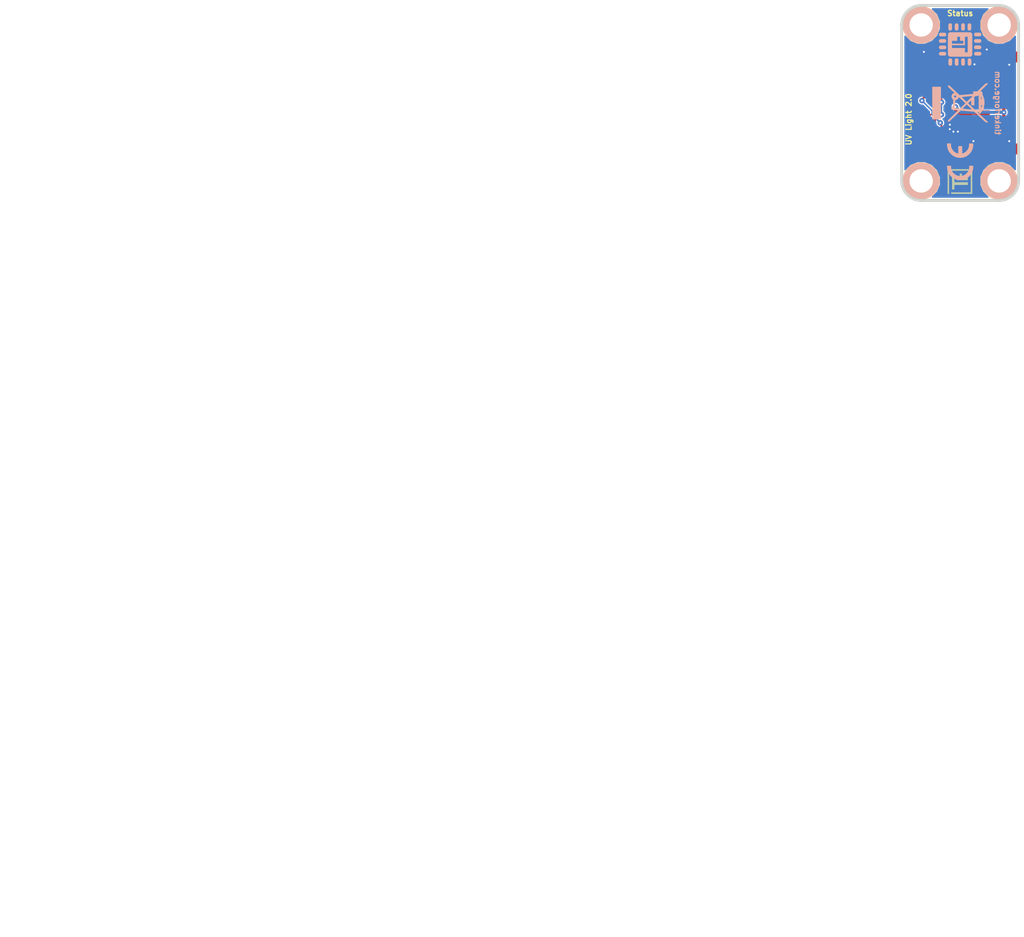
<source format=kicad_pcb>
(kicad_pcb (version 4) (host pcbnew 4.0.7-e2-6376~58~ubuntu17.04.1)
  (title_block (title "UV Light Bricklet") (date 2018-02-16) (rev 2.0) (company Tinkerforge) (comment 1 "Licensed under CERN OHL v.1.1") (comment 2 "Copyright (©) 2018, L.Lauer <lukas@tinkerforge.com>"))
  (layers (0 F.Cu signal) (31 B.Cu signal hide) (34 B.Paste user) (35 F.Paste user) (36 B.SilkS user) (37 F.SilkS user) (38 B.Mask user) (39 F.Mask user) (44 Edge.Cuts user))
  (net 0 "")
  (net 1 GND)
  (net 2 VCC)
  (net 3 SCL)
  (net 4 SDA)
  (net 5 "Net-(P1-Pad6)")
  (net 6 "Net-(R1-Pad1)")
  (net 7 "Net-(D1-Pad2)")
  (net 8 "Net-(P1-Pad4)")
  (net 9 "Net-(P1-Pad5)")
  (net 10 "Net-(P2-Pad1)")
  (net 11 "Net-(P3-Pad2)")
  (net 12 S-MISO)
  (net 13 S-MOSI)
  (net 14 S-CLK)
  (net 15 S-CS)
  (net 16 "Net-(C1-Pad2)")
  (module kicad-libraries:DRILL_NP (layer F.Cu) (at 141.9 97.9 90)
    (fp_text reference U5 hide)
    (fp_text value DRILL hide)
    (pad "" np_thru_hole circle (at 0 0 90) (size 2.99974 2.99974) (drill 2.99974) (layers *.Cu *.Mask F.SilkS) (clearance 0.89916))
  )
  (module kicad-libraries:DRILL_NP (layer F.Cu) (at 131.9 97.9 90)
    (fp_text reference U4 hide)
    (fp_text value DRILL hide)
    (pad "" np_thru_hole circle (at 0 0 90) (size 2.99974 2.99974) (drill 2.99974) (layers *.Cu *.Mask F.SilkS) (clearance 0.89916))
  )
  (module kicad-libraries:Fiducial_Mark (layer F.Cu) (at 130.9 94.4)
    (fp_text reference Fiducial_Mark hide)
    (fp_text value VAL** hide)
    (pad 1 smd circle (at 0 0) (size 1.00076 1.00076) (layers F.Cu F.Paste F.Mask) (clearance 0.65024))
  )
  (module kicad-libraries:Fiducial_Mark (layer F.Cu) (at 137.3 80.2)
    (fp_text reference Fiducial_Mark hide)
    (fp_text value VAL** hide)
    (pad 1 smd circle (at 0 0) (size 1.00076 1.00076) (layers F.Cu F.Paste F.Mask) (clearance 0.65024))
  )
  (module kicad-libraries:CE_5mm (layer B.Cu) (at 136.9 95.4 90)
    (fp_text reference VAL hide)
    (fp_text value CE_5mm hide)
  )
  (module kicad-libraries:Logo_31x31 (layer F.Cu) (at 135.29 99.56 90)
    (fp_text reference G*** hide)
    (fp_text value Logo_31x31 hide)
  )
  (module kicad-libraries:DRILL_NP (layer F.Cu) (at 131.9 77.9 90)
    (fp_text reference U6 hide)
    (fp_text value DRILL hide)
    (pad "" np_thru_hole circle (at 0 0 90) (size 2.99974 2.99974) (drill 2.99974) (layers *.Cu *.Mask F.SilkS) (clearance 0.89916))
  )
  (module kicad-libraries:DRILL_NP (layer F.Cu) (at 141.9 77.9 90)
    (fp_text reference U3 hide)
    (fp_text value DRILL hide)
    (pad "" np_thru_hole circle (at 0 0 90) (size 2.99974 2.99974) (drill 2.99974) (layers *.Cu *.Mask F.SilkS) (clearance 0.89916))
  )
  (module kicad-libraries:C0603F (layer F.Cu) (at 136.3 90.1 90)
    (fp_text reference C3)
    (fp_text value 1uF)
    (pad 1 smd rect (at -0.75 0 90) (size 0.9 0.9) (layers F.Cu F.Paste F.Mask) (net 1 GND))
    (pad 2 smd rect (at 0.75 0 90) (size 0.9 0.9) (layers F.Cu F.Paste F.Mask) (net 2 VCC))
  )
  (module kicad-libraries:C0603F (layer F.Cu) (at 138.6 94.4 270)
    (fp_text reference C5)
    (fp_text value 100nF)
    (pad 1 smd rect (at -0.75 0 270) (size 0.9 0.9) (layers F.Cu F.Paste F.Mask) (net 1 GND))
    (pad 2 smd rect (at 0.75 0 270) (size 0.9 0.9) (layers F.Cu F.Paste F.Mask) (net 2 VCC))
  )
  (module kicad-libraries:D0603F (layer F.Cu) (at 136.9 77.6)
    (fp_text reference D1)
    (fp_text value blue)
    (pad 1 smd rect (at -0.75 0) (size 0.9 0.9) (layers F.Cu F.Paste F.Mask) (net 2 VCC))
    (pad 2 smd rect (at 0.75 0) (size 0.9 0.9) (layers F.Cu F.Paste F.Mask) (net 7 "Net-(D1-Pad2)"))
  )
  (module kicad-libraries:CON-SENSOR2 (layer F.Cu) (at 144.4 87.9 90)
    (fp_text reference P1)
    (fp_text value CON-SENSOR2)
    (pad 1 smd rect (at -3.75 -4.6 90) (size 0.6 1.8) (layers F.Cu F.Paste F.Mask))
    (pad 2 smd rect (at -2.5 -4.6 90) (size 0.6 1.8) (layers F.Cu F.Paste F.Mask) (net 1 GND))
    (pad EP smd rect (at -5.9 -1.2 90) (size 1.4 2.4) (layers F.Cu F.Paste F.Mask) (net 1 GND))
    (pad EP smd rect (at 5.9 -1.2 90) (size 1.4 2.4) (layers F.Cu F.Paste F.Mask) (net 1 GND))
    (pad 3 smd rect (at -1.25 -4.6 90) (size 0.6 1.8) (layers F.Cu F.Paste F.Mask) (net 2 VCC))
    (pad 4 smd rect (at 0 -4.6 90) (size 0.6 1.8) (layers F.Cu F.Paste F.Mask) (net 8 "Net-(P1-Pad4)"))
    (pad 5 smd rect (at 1.25 -4.6 90) (size 0.6 1.8) (layers F.Cu F.Paste F.Mask) (net 9 "Net-(P1-Pad5)"))
    (pad 6 smd rect (at 2.5 -4.6 90) (size 0.6 1.8) (layers F.Cu F.Paste F.Mask) (net 5 "Net-(P1-Pad6)"))
    (pad 7 smd rect (at 3.75 -4.6 90) (size 0.6 1.8) (layers F.Cu F.Paste F.Mask) (net 16 "Net-(C1-Pad2)"))
  )
  (module kicad-libraries:DEBUG_PAD (layer F.Cu) (at 131.12 86.97)
    (fp_text reference P2)
    (fp_text value DEBUG)
    (pad 1 smd circle (at 0 0) (size 0.7 0.7) (layers F.Cu F.Paste F.Mask) (net 10 "Net-(P2-Pad1)"))
  )
  (module kicad-libraries:SolderJumper (layer F.Cu) (at 139.21 81.05 180)
    (fp_text reference P3)
    (fp_text value BOOT)
    (pad 2 smd rect (at 0.55 0 180) (size 0.3 1.4) (layers F.Cu F.Mask) (net 11 "Net-(P3-Pad2)"))
    (pad 2 smd rect (at 0.15 0 180) (size 0.6 0.5) (layers F.Cu F.Mask) (net 11 "Net-(P3-Pad2)"))
    (pad 1 smd rect (at -0.5 0 180) (size 0.4 1.4) (layers F.Cu F.Mask) (net 1 GND))
    (pad 1 smd rect (at -0.225 0.55 180) (size 0.95 0.3) (layers F.Cu F.Mask) (net 1 GND))
    (pad 1 smd rect (at -0.225 -0.55 180) (size 0.95 0.3) (layers F.Cu F.Mask) (net 1 GND))
  )
  (module kicad-libraries:R0603F (layer F.Cu) (at 134.9 80.4 45)
    (fp_text reference R1)
    (fp_text value 1k)
    (pad 1 smd rect (at -0.75 0 45) (size 0.9 0.9) (layers F.Cu F.Paste F.Mask) (net 6 "Net-(R1-Pad1)"))
    (pad 2 smd rect (at 0.75 0 45) (size 0.9 0.9) (layers F.Cu F.Paste F.Mask) (net 7 "Net-(D1-Pad2)"))
  )
  (module kicad-libraries:QFN24-4x4mm-0.5mm (layer F.Cu) (at 133.6 84.8 225)
    (fp_text reference U1)
    (fp_text value XMC1XXX24)
    (pad 1 smd oval (at -2.025 -1.25 225) (size 1 0.3) (layers F.Cu F.Paste F.Mask) (net 12 S-MISO))
    (pad 2 smd oval (at -2.025 -0.75 225) (size 1 0.3) (layers F.Cu F.Paste F.Mask))
    (pad 3 smd oval (at -2.025 -0.25 225) (size 1 0.3) (layers F.Cu F.Paste F.Mask))
    (pad 4 smd oval (at -2.025 0.25 225) (size 1 0.3) (layers F.Cu F.Paste F.Mask) (net 11 "Net-(P3-Pad2)"))
    (pad 5 smd oval (at -2.025 0.75 225) (size 1 0.3) (layers F.Cu F.Paste F.Mask))
    (pad 6 smd oval (at -2.025 1.25 225) (size 1 0.3) (layers F.Cu F.Paste F.Mask))
    (pad 7 smd oval (at -1.25 2.025 315) (size 1 0.3) (layers F.Cu F.Paste F.Mask) (net 6 "Net-(R1-Pad1)"))
    (pad 8 smd oval (at -0.75 2.025 315) (size 1 0.3) (layers F.Cu F.Paste F.Mask))
    (pad 9 smd oval (at -0.25 2.025 315) (size 1 0.3) (layers F.Cu F.Paste F.Mask) (net 1 GND))
    (pad 10 smd oval (at 0.25 2.025 315) (size 1 0.3) (layers F.Cu F.Paste F.Mask) (net 2 VCC))
    (pad 11 smd oval (at 0.75 2.025 315) (size 1 0.3) (layers F.Cu F.Paste F.Mask))
    (pad 12 smd oval (at 1.25 2.025 315) (size 1 0.3) (layers F.Cu F.Paste F.Mask))
    (pad 13 smd oval (at 2.025 1.25 225) (size 1 0.3) (layers F.Cu F.Paste F.Mask))
    (pad 14 smd oval (at 2.025 0.75 225) (size 1 0.3) (layers F.Cu F.Paste F.Mask))
    (pad 15 smd oval (at 2.025 0.25 225) (size 1 0.3) (layers F.Cu F.Paste F.Mask) (net 10 "Net-(P2-Pad1)"))
    (pad 16 smd oval (at 2.025 -0.25 225) (size 1 0.3) (layers F.Cu F.Paste F.Mask))
    (pad 17 smd oval (at 2.025 -0.75 225) (size 1 0.3) (layers F.Cu F.Paste F.Mask) (net 4 SDA))
    (pad 18 smd oval (at 2.025 -1.25 225) (size 1 0.3) (layers F.Cu F.Paste F.Mask))
    (pad 19 smd oval (at 1.25 -2.025 315) (size 1 0.3) (layers F.Cu F.Paste F.Mask) (net 3 SCL))
    (pad 20 smd oval (at 0.75 -2.025 315) (size 1 0.3) (layers F.Cu F.Paste F.Mask))
    (pad 21 smd oval (at 0.25 -2.025 315) (size 1 0.3) (layers F.Cu F.Paste F.Mask))
    (pad 22 smd oval (at -0.25 -2.025 315) (size 1 0.3) (layers F.Cu F.Paste F.Mask) (net 15 S-CS))
    (pad 23 smd oval (at -0.75 -2.025 315) (size 1 0.3) (layers F.Cu F.Paste F.Mask) (net 14 S-CLK))
    (pad 24 smd oval (at -1.25 -2.025 315) (size 1 0.3) (layers F.Cu F.Paste F.Mask) (net 13 S-MOSI))
    (pad EXP smd rect (at 0.65 0.65 225) (size 1.3 1.3) (layers F.Cu F.Paste F.Mask) (net 1 GND))
    (pad EXP smd rect (at 0.65 -0.65 225) (size 1.3 1.3) (layers F.Cu F.Paste F.Mask) (net 1 GND))
    (pad EXP smd rect (at -0.65 0.65 225) (size 1.3 1.3) (layers F.Cu F.Paste F.Mask) (net 1 GND))
    (pad EXP smd rect (at -0.65 -0.65 225) (size 1.3 1.3) (layers F.Cu F.Paste F.Mask) (net 1 GND))
  )
  (module kicad-libraries:Logo_CoMCU (layer B.Cu) (at 136.9 80.4 90)
    (fp_text reference G*** hide)
    (fp_text value LOGO hide)
  )
  (module kicad-libraries:WEEE_7mm (layer B.Cu) (at 136.9 87.9 90)
    (fp_text reference VAL hide)
    (fp_text value WEEE_7mm hide)
  )
  (module kicad-libraries:C0402E (layer F.Cu) (at 138 83.6 270)
    (fp_text reference C1)
    (fp_text value 220pF)
    (pad 1 smd rect (at -0.65 0 270) (size 0.7 0.9) (layers F.Cu F.Paste F.Mask) (net 1 GND))
    (pad 2 smd rect (at 0.65 0 270) (size 0.7 0.9) (layers F.Cu F.Paste F.Mask) (net 16 "Net-(C1-Pad2)"))
  )
  (module kicad-libraries:C0805 (layer F.Cu) (at 137.8 90.2 90)
    (fp_text reference C2)
    (fp_text value 10uF)
    (pad 1 smd rect (at -1.00076 0 90) (size 1.00076 1.24968) (layers F.Cu F.Paste F.Mask) (net 1 GND) (clearance 0.14986))
    (pad 2 smd rect (at 1.00076 0 90) (size 1.00076 1.24968) (layers F.Cu F.Paste F.Mask) (net 2 VCC) (clearance 0.14986))
  )
  (module kicad-libraries:C0603F (layer F.Cu) (at 131.2 82.4 225)
    (fp_text reference C4)
    (fp_text value 100nF)
    (pad 1 smd rect (at -0.75 0 225) (size 0.9 0.9) (layers F.Cu F.Paste F.Mask) (net 1 GND))
    (pad 2 smd rect (at 0.75 0 225) (size 0.9 0.9) (layers F.Cu F.Paste F.Mask) (net 2 VCC))
  )
  (module kicad-libraries:4X0402 (layer F.Cu) (at 137.6 85.9 90)
    (fp_text reference RP1)
    (fp_text value 82)
    (pad 1 smd rect (at -0.7493 0.575 270) (size 0.29972 0.65) (layers F.Cu F.Paste F.Mask) (net 8 "Net-(P1-Pad4)"))
    (pad 2 smd rect (at -0.24892 0.575 270) (size 0.29972 0.65) (layers F.Cu F.Paste F.Mask) (net 9 "Net-(P1-Pad5)"))
    (pad 3 smd rect (at 0.24892 0.575 270) (size 0.29972 0.65) (layers F.Cu F.Paste F.Mask) (net 5 "Net-(P1-Pad6)"))
    (pad 4 smd rect (at 0.7493 0.575 270) (size 0.29972 0.65) (layers F.Cu F.Paste F.Mask) (net 16 "Net-(C1-Pad2)"))
    (pad 5 smd rect (at 0.7493 -0.575 90) (size 0.29972 0.65) (layers F.Cu F.Paste F.Mask) (net 12 S-MISO))
    (pad 6 smd rect (at 0.24892 -0.575 90) (size 0.29972 0.65) (layers F.Cu F.Paste F.Mask) (net 13 S-MOSI))
    (pad 7 smd rect (at -0.24892 -0.575 90) (size 0.29972 0.65) (layers F.Cu F.Paste F.Mask) (net 14 S-CLK))
    (pad 8 smd rect (at -0.7493 -0.575 90) (size 0.29972 0.65) (layers F.Cu F.Paste F.Mask) (net 15 S-CS))
  )
  (module kicad-libraries:0603X4 (layer F.Cu) (at 132.5 91.2 90)
    (fp_text reference RP2)
    (fp_text value 2k2)
    (pad 1 smd rect (at 1.19888 -0.8509 90) (size 0.44958 0.89916) (layers F.Cu F.Paste F.Mask) (net 2 VCC))
    (pad 2 smd rect (at 0.39878 -0.8509 90) (size 0.44958 0.89916) (layers F.Cu F.Paste F.Mask) (net 2 VCC))
    (pad 3 smd rect (at -0.39878 -0.8509 90) (size 0.44958 0.89916) (layers F.Cu F.Paste F.Mask) (net 2 VCC))
    (pad 4 smd rect (at -1.19888 -0.8509 90) (size 0.44958 0.89916) (layers F.Cu F.Paste F.Mask) (net 2 VCC))
    (pad 5 smd rect (at -1.19888 0.8509 90) (size 0.44958 0.89916) (layers F.Cu F.Paste F.Mask) (net 3 SCL))
    (pad 6 smd rect (at -0.39878 0.8509 90) (size 0.44958 0.89916) (layers F.Cu F.Paste F.Mask))
    (pad 7 smd rect (at 0.39878 0.8509 90) (size 0.44958 0.89916) (layers F.Cu F.Paste F.Mask))
    (pad 8 smd rect (at 1.19888 0.8509 90) (size 0.44958 0.89916) (layers F.Cu F.Paste F.Mask) (net 4 SDA))
  )
  (module OPLGA4 (layer F.Cu) (at 136.9 94.4 270)
    (fp_text reference U2)
    (fp_text value VEML6075)
    (pad 1 smd rect (at -0.9 -0.35 270) (size 1 0.35) (layers F.Cu F.Paste F.Mask) (net 1 GND))
    (pad 2 smd rect (at -0.9 0.35 270) (size 1 0.35) (layers F.Cu F.Paste F.Mask) (net 4 SDA))
    (pad 3 smd rect (at 0.9 0.35 270) (size 1 0.35) (layers F.Cu F.Paste F.Mask) (net 3 SCL))
    (pad 4 smd rect (at 0.9 -0.35 270) (size 1 0.35) (layers F.Cu F.Paste F.Mask) (net 2 VCC))
  )
  (gr_text tinkerforge.com (at 141.72 87.9 270) (layer B.SilkS) (effects (font (size 0.7 0.7)) (justify mirror)))
  (gr_text Status (at 136.9 76.4) (layer F.SilkS) (effects (font (size 0.7 0.7))))
  (gr_line (start 131.9 100.4) (end 141.9 100.4) (angle 90) (layer Edge.Cuts) (width 0.381))
  (gr_line (start 129.4 77.9) (end 129.4 97.9) (angle 90) (layer Edge.Cuts) (width 0.381))
  (gr_line (start 141.9 75.4) (end 131.9 75.4) (angle 90) (layer Edge.Cuts) (width 0.381))
  (gr_line (start 144.4 97.9) (end 144.4 77.9) (angle 90) (layer Edge.Cuts) (width 0.381))
  (gr_arc (start 141.9 97.9) (end 144.4 97.9) (angle 90) (layer Edge.Cuts) (width 0.381))
  (gr_arc (start 131.9 97.9) (end 131.9 100.4) (angle 90) (layer Edge.Cuts) (width 0.381))
  (gr_arc (start 131.9 77.9) (end 129.4 77.9) (angle 90) (layer Edge.Cuts) (width 0.381))
  (gr_arc (start 141.9 77.9) (end 141.9 75.4) (angle 90) (layer Edge.Cuts) (width 0.381))
  (gr_text "UV Light 2.0" (at 130.3 90 90) (layer F.SilkS) (effects (font (size 0.7 0.7))))
  (segment (start 138.6 93.65) (end 138.6 92.8) (width 0.3) (layer F.Cu) (net 1))
  (via (at 138.6 92.8) (size 0.7) (drill 0.25) (layers F.Cu B.Cu) (net 1))
  (segment (start 137.25 93.5) (end 138.45 93.5) (width 0.25) (layer F.Cu) (net 1))
  (segment (start 138.45 93.5) (end 138.6 93.65) (width 0.25) (layer F.Cu) (net 1))
  (segment (start 139.435 81.6) (end 139.55 81.6) (width 0.2) (layer F.Cu) (net 1))
  (segment (start 139.55 81.6) (end 139.71 81.44) (width 0.2) (layer F.Cu) (net 1))
  (segment (start 139.71 81.44) (end 139.71 81.1) (width 0.2) (layer F.Cu) (net 1))
  (segment (start 139.71 81.1) (end 139.71 81.05) (width 0.2) (layer F.Cu) (net 1))
  (segment (start 139.435 80.5) (end 139.63 80.5) (width 0.2) (layer F.Cu) (net 1))
  (segment (start 139.63 80.5) (end 139.71 80.58) (width 0.2) (layer F.Cu) (net 1))
  (segment (start 139.71 80.58) (end 139.71 81.06) (width 0.2) (layer F.Cu) (net 1))
  (segment (start 139.71 81.06) (end 139.71 81.05) (width 0.2) (layer F.Cu) (net 1))
  (segment (start 139.71 81.05) (end 140.31 81.05) (width 0.3) (layer F.Cu) (net 1))
  (via (at 140.31 81.05) (size 0.55) (drill 0.25) (layers F.Cu B.Cu) (net 1))
  (segment (start 143.2 93.8) (end 143.2 92.8) (width 0.55) (layer F.Cu) (net 1))
  (via (at 143.2 92.8) (size 0.55) (drill 0.25) (layers F.Cu B.Cu) (net 1))
  (segment (start 143.2 82) (end 143.2 83) (width 0.55) (layer F.Cu) (net 1))
  (via (at 143.2 83) (size 0.55) (drill 0.25) (layers F.Cu B.Cu) (net 1))
  (segment (start 138 82.95) (end 138.74 82.95) (width 0.55) (layer F.Cu) (net 1))
  (via (at 138.74 82.95) (size 0.55) (drill 0.25) (layers F.Cu B.Cu) (net 1))
  (segment (start 131.73033 81.86967) (end 132.25 81.35) (width 0.55) (layer F.Cu) (net 1))
  (via (at 132.25 81.35) (size 0.55) (drill 0.25) (layers F.Cu B.Cu) (net 1))
  (segment (start 132.344885 83.191332) (end 132.331332 83.191332) (width 0.2) (layer F.Cu) (net 1))
  (segment (start 132.331332 83.191332) (end 131.93 82.79) (width 0.2) (layer F.Cu) (net 1))
  (segment (start 131.93 82.79) (end 131.93 82.06934) (width 0.2) (layer F.Cu) (net 1))
  (segment (start 131.93 82.06934) (end 131.73033 81.86967) (width 0.2) (layer F.Cu) (net 1))
  (segment (start 132.344885 83.191332) (end 132.344885 83.204885) (width 0.2) (layer F.Cu) (net 1))
  (segment (start 132.344885 83.204885) (end 133.020761 83.880761) (width 0.2) (layer F.Cu) (net 1))
  (segment (start 133.020761 83.880761) (end 133.6 83.880761) (width 0.2) (layer F.Cu) (net 1))
  (segment (start 133.6 85.719239) (end 132.680761 84.8) (width 0.3) (layer F.Cu) (net 1))
  (segment (start 134.519239 84.8) (end 133.6 85.719239) (width 0.3) (layer F.Cu) (net 1))
  (segment (start 133.6 83.880761) (end 134.519239 84.8) (width 0.3) (layer F.Cu) (net 1))
  (segment (start 132.680761 84.8) (end 133.6 83.880761) (width 0.3) (layer F.Cu) (net 1))
  (segment (start 135.58 90.69) (end 136.14 90.69) (width 0.55) (layer F.Cu) (net 1))
  (via (at 135.58 90.69) (size 0.55) (drill 0.25) (layers F.Cu B.Cu) (net 1))
  (segment (start 136.14 90.69) (end 136.3 90.85) (width 0.55) (layer F.Cu) (net 1))
  (segment (start 136.04 91.58) (end 135.89 91.58) (width 0.55) (layer F.Cu) (net 1))
  (via (at 135.57 91.26) (size 0.55) (drill 0.25) (layers F.Cu B.Cu) (net 1))
  (segment (start 135.98 90.85) (end 135.57 91.26) (width 0.55) (layer F.Cu) (net 1))
  (segment (start 135.74 90.85) (end 135.58 90.69) (width 0.55) (layer F.Cu) (net 1))
  (segment (start 135.74 90.85) (end 136.3 90.85) (width 0.55) (layer F.Cu) (net 1))
  (segment (start 135.58 91.25) (end 135.57 91.26) (width 0.55) (layer F.Cu) (net 1))
  (segment (start 135.58 90.69) (end 135.58 91.25) (width 0.55) (layer F.Cu) (net 1))
  (via (at 136.04 91.58) (size 0.55) (drill 0.25) (layers F.Cu B.Cu) (net 1))
  (segment (start 135.89 91.58) (end 135.57 91.26) (width 0.55) (layer F.Cu) (net 1))
  (segment (start 136.61 91.58) (end 136.04 91.58) (width 0.55) (layer F.Cu) (net 1))
  (via (at 136.61 91.58) (size 0.55) (drill 0.25) (layers F.Cu B.Cu) (net 1))
  (segment (start 136.3 91.27) (end 136.61 91.58) (width 0.55) (layer F.Cu) (net 1))
  (segment (start 136.3 91.32) (end 136.04 91.58) (width 0.55) (layer F.Cu) (net 1))
  (segment (start 136.3 91.32) (end 136.3 90.85) (width 0.55) (layer F.Cu) (net 1))
  (segment (start 137.8 91.30076) (end 137.22076 91.30076) (width 0.55) (layer F.Cu) (net 1))
  (segment (start 137.22076 91.30076) (end 136.77 90.85) (width 0.55) (layer F.Cu) (net 1))
  (segment (start 136.77 90.85) (end 136.3 90.85) (width 0.55) (layer F.Cu) (net 1))
  (segment (start 139.8 90.4) (end 138.70076 90.4) (width 0.55) (layer F.Cu) (net 1))
  (segment (start 138.70076 90.4) (end 137.8 91.30076) (width 0.55) (layer F.Cu) (net 1))
  (segment (start 131.6491 91.59878) (end 130.89878 91.59878) (width 0.3) (layer F.Cu) (net 2))
  (segment (start 130.89878 91.59878) (end 130.3 91) (width 0.3) (layer F.Cu) (net 2))
  (segment (start 131.6491 90.80122) (end 130.80122 90.80122) (width 0.3) (layer F.Cu) (net 2))
  (segment (start 130.80122 90.80122) (end 130.3 90.3) (width 0.3) (layer F.Cu) (net 2))
  (segment (start 131.6491 90.00112) (end 130.80112 90.00112) (width 0.3) (layer F.Cu) (net 2))
  (segment (start 130.80112 90.00112) (end 130.3 89.5) (width 0.3) (layer F.Cu) (net 2))
  (segment (start 130.66967 82.93033) (end 130.3 83.3) (width 0.3) (layer F.Cu) (net 2))
  (segment (start 130.99888 92.39888) (end 131.6491 92.39888) (width 0.3) (layer F.Cu) (net 2))
  (segment (start 130.3 91.7) (end 130.99888 92.39888) (width 0.3) (layer F.Cu) (net 2))
  (segment (start 130.3 83.3) (end 130.3 89.5) (width 0.3) (layer F.Cu) (net 2))
  (segment (start 130.3 89.5) (end 130.3 90.3) (width 0.3) (layer F.Cu) (net 2))
  (segment (start 130.3 90.3) (end 130.3 91) (width 0.3) (layer F.Cu) (net 2))
  (segment (start 130.3 91) (end 130.3 91.7) (width 0.3) (layer F.Cu) (net 2))
  (segment (start 136.15 77.6) (end 136.15 77.15) (width 0.4) (layer F.Cu) (net 2))
  (segment (start 136.15 77.15) (end 136.9 76.4) (width 0.4) (layer F.Cu) (net 2))
  (segment (start 142.5 84.4) (end 142.5 89.1) (width 0.4) (layer F.Cu) (net 2))
  (segment (start 141.1 83) (end 142.5 84.4) (width 0.4) (layer F.Cu) (net 2))
  (segment (start 141.1 80.9) (end 141.1 83) (width 0.4) (layer F.Cu) (net 2))
  (segment (start 138.8 78.6) (end 141.1 80.9) (width 0.4) (layer F.Cu) (net 2))
  (segment (start 138.8 76.7) (end 138.8 78.6) (width 0.4) (layer F.Cu) (net 2))
  (segment (start 138.5 76.4) (end 138.8 76.7) (width 0.4) (layer F.Cu) (net 2))
  (segment (start 136.9 76.4) (end 138.5 76.4) (width 0.4) (layer F.Cu) (net 2))
  (segment (start 142.5 89.1) (end 137 89.1) (width 0.4) (layer B.Cu) (net 2))
  (segment (start 137 89.1) (end 136.3 88.4) (width 0.4) (layer B.Cu) (net 2))
  (segment (start 136.3 89.35) (end 136.3 88.4) (width 0.4) (layer F.Cu) (net 2))
  (via (at 136.3 88.4) (size 0.7) (drill 0.25) (layers F.Cu B.Cu) (net 2))
  (segment (start 142.5 91.7) (end 142.5 89.1) (width 0.4) (layer F.Cu) (net 2))
  (via (at 142.5 89.1) (size 0.7) (drill 0.25) (layers F.Cu B.Cu) (net 2))
  (segment (start 142.5 91.7) (end 139.05 95.15) (width 0.4) (layer F.Cu) (net 2))
  (segment (start 131.991332 83.544885) (end 131.974885 83.544885) (width 0.2) (layer F.Cu) (net 2))
  (segment (start 131.974885 83.544885) (end 131.61 83.18) (width 0.2) (layer F.Cu) (net 2))
  (segment (start 136.15 77.6) (end 136.15 77.69) (width 0.3) (layer F.Cu) (net 2))
  (segment (start 136.15 77.69) (end 133.13 80.71) (width 0.3) (layer F.Cu) (net 2))
  (segment (start 133.13 80.71) (end 131.58 80.71) (width 0.3) (layer F.Cu) (net 2))
  (segment (start 131.58 80.71) (end 130.33 81.96) (width 0.3) (layer F.Cu) (net 2))
  (segment (start 130.33 81.96) (end 130.33 82.59066) (width 0.3) (layer F.Cu) (net 2))
  (segment (start 139.8 89.15) (end 137.94924 89.15) (width 0.55) (layer F.Cu) (net 2))
  (segment (start 137.8 89.29924) (end 136.35076 89.29924) (width 0.55) (layer F.Cu) (net 2))
  (segment (start 136.35076 89.29924) (end 136.3 89.35) (width 0.55) (layer F.Cu) (net 2))
  (segment (start 137.94924 89.15) (end 137.8 89.29924) (width 0.55) (layer F.Cu) (net 2))
  (segment (start 131.61 83.18) (end 130.91934 83.18) (width 0.2) (layer F.Cu) (net 2))
  (segment (start 130.91934 83.18) (end 130.66967 82.93033) (width 0.2) (layer F.Cu) (net 2))
  (segment (start 130.66967 82.93033) (end 130.66967 82.95033) (width 0.3) (layer F.Cu) (net 2))
  (segment (start 130.33 82.59066) (end 130.66967 82.93033) (width 0.3) (layer F.Cu) (net 2))
  (segment (start 138.6 95.15) (end 139.05 95.15) (width 0.4) (layer F.Cu) (net 2))
  (segment (start 137.25 95.3) (end 138.45 95.3) (width 0.25) (layer F.Cu) (net 2))
  (segment (start 138.45 95.3) (end 138.6 95.15) (width 0.25) (layer F.Cu) (net 2))
  (segment (start 133.3509 92.39888) (end 132.79888 92.39888) (width 0.2) (layer F.Cu) (net 3))
  (via (at 134.5 87.8) (size 0.7) (drill 0.25) (layers F.Cu B.Cu) (net 3))
  (segment (start 134.5 87.8) (end 134.5 87.467767) (width 0.25) (layer F.Cu) (net 3))
  (segment (start 134.5 89.4) (end 134.5 87.8) (width 0.2) (layer B.Cu) (net 3))
  (via (at 134.5 89.4) (size 0.7) (drill 0.25) (layers F.Cu B.Cu) (net 3))
  (segment (start 132.7 89.4) (end 134.5 89.4) (width 0.2) (layer F.Cu) (net 3))
  (segment (start 132.5 89.6) (end 132.7 89.4) (width 0.2) (layer F.Cu) (net 3))
  (segment (start 132.5 92.1) (end 132.5 89.6) (width 0.2) (layer F.Cu) (net 3))
  (segment (start 132.79888 92.39888) (end 132.5 92.1) (width 0.2) (layer F.Cu) (net 3))
  (segment (start 134.148008 87.115775) (end 134.5 87.467767) (width 0.25) (layer F.Cu) (net 3))
  (segment (start 136.55 95.3) (end 135.4 95.3) (width 0.2) (layer F.Cu) (net 3))
  (segment (start 134.9 93.6) (end 133.69888 92.39888) (width 0.2) (layer F.Cu) (net 3))
  (segment (start 134.9 94.8) (end 134.9 93.6) (width 0.2) (layer F.Cu) (net 3))
  (segment (start 135.4 95.3) (end 134.9 94.8) (width 0.2) (layer F.Cu) (net 3))
  (segment (start 133.69888 92.39888) (end 133.3509 92.39888) (width 0.25) (layer F.Cu) (net 3))
  (segment (start 134.175775 87.115775) (end 134.148008 87.115775) (width 0.2) (layer F.Cu) (net 3))
  (via (at 134.35 90.45) (size 0.7) (drill 0.25) (layers F.Cu B.Cu) (net 4))
  (segment (start 132 87.46066) (end 132 87.6) (width 0.25) (layer F.Cu) (net 4))
  (via (at 132 87.6) (size 0.7) (drill 0.25) (layers F.Cu B.Cu) (net 4))
  (segment (start 132.698439 86.762221) (end 132 87.46066) (width 0.25) (layer F.Cu) (net 4))
  (segment (start 133.3 88.9) (end 132 87.6) (width 0.2) (layer B.Cu) (net 4))
  (segment (start 133.3 89.4) (end 133.3 88.9) (width 0.2) (layer B.Cu) (net 4))
  (segment (start 133.3 89.4) (end 134.35 90.45) (width 0.2) (layer B.Cu) (net 4))
  (segment (start 136.55 93.5) (end 135.5 93.5) (width 0.2) (layer F.Cu) (net 4))
  (segment (start 133.90112 90.00112) (end 133.3509 90.00112) (width 0.2) (layer F.Cu) (net 4))
  (segment (start 134.5 90.6) (end 134.35 90.45) (width 0.25) (layer F.Cu) (net 4))
  (segment (start 134.35 90.45) (end 133.90112 90.00112) (width 0.2) (layer F.Cu) (net 4))
  (segment (start 134.5 92.5) (end 134.5 90.6) (width 0.2) (layer F.Cu) (net 4))
  (segment (start 135.5 93.5) (end 134.5 92.5) (width 0.2) (layer F.Cu) (net 4))
  (segment (start 138.175 85.65108) (end 138.64892 85.65108) (width 0.2) (layer F.Cu) (net 5))
  (segment (start 138.64892 85.65108) (end 138.9 85.4) (width 0.2) (layer F.Cu) (net 5))
  (segment (start 138.9 85.4) (end 139.8 85.4) (width 0.2) (layer F.Cu) (net 5))
  (segment (start 139.8 85.4) (end 139 85.4) (width 0.2) (layer F.Cu) (net 5))
  (segment (start 133.051992 82.484225) (end 133.065775 82.484225) (width 0.3) (layer F.Cu) (net 6))
  (segment (start 133.065775 82.484225) (end 134.35967 81.19033) (width 0.2) (layer F.Cu) (net 6))
  (segment (start 134.35967 81.19033) (end 134.35967 80.93033) (width 0.3) (layer F.Cu) (net 6))
  (segment (start 135.42033 79.86967) (end 135.44033 79.86967) (width 0.3) (layer F.Cu) (net 7))
  (segment (start 135.44033 79.86967) (end 136.76 78.55) (width 0.2) (layer F.Cu) (net 7))
  (segment (start 136.76 78.55) (end 137.22 78.55) (width 0.2) (layer F.Cu) (net 7))
  (segment (start 137.22 78.55) (end 137.65 78.12) (width 0.2) (layer F.Cu) (net 7))
  (segment (start 137.65 78.12) (end 137.65 77.6) (width 0.2) (layer F.Cu) (net 7))
  (segment (start 138.175 86.6493) (end 138.3493 86.6493) (width 0.2) (layer F.Cu) (net 8))
  (segment (start 138.3493 86.6493) (end 138.6 86.9) (width 0.2) (layer F.Cu) (net 8))
  (segment (start 138.6 86.9) (end 138.6 87.7) (width 0.2) (layer F.Cu) (net 8))
  (segment (start 138.6 87.7) (end 138.8 87.9) (width 0.2) (layer F.Cu) (net 8))
  (segment (start 138.8 87.9) (end 139.8 87.9) (width 0.2) (layer F.Cu) (net 8))
  (segment (start 138.175 86.14892) (end 138.54892 86.14892) (width 0.2) (layer F.Cu) (net 9))
  (segment (start 138.54892 86.14892) (end 139.05 86.65) (width 0.2) (layer F.Cu) (net 9))
  (segment (start 139.05 86.65) (end 139.8 86.65) (width 0.2) (layer F.Cu) (net 9))
  (segment (start 139.8 86.65) (end 139.05 86.65) (width 0.2) (layer F.Cu) (net 9))
  (segment (start 131.12 86.97) (end 131.12 86.926447) (width 0.2) (layer F.Cu) (net 10))
  (segment (start 131.12 86.926447) (end 131.991332 86.055115) (width 0.2) (layer F.Cu) (net 10))
  (segment (start 131.991332 86.055115) (end 131.991332 86.098668) (width 0.2) (layer F.Cu) (net 10))
  (segment (start 138.5 81.05) (end 138.45 81.05) (width 0.2) (layer F.Cu) (net 11))
  (segment (start 137.5 82) (end 136.05 82) (width 0.2) (layer F.Cu) (net 11))
  (segment (start 138.45 81.05) (end 137.5 82) (width 0.2) (layer F.Cu) (net 11))
  (segment (start 138.66 81.05) (end 138.5 81.05) (width 0.2) (layer F.Cu) (net 11))
  (segment (start 136.05 82) (end 134.82 83.23) (width 0.2) (layer F.Cu) (net 11))
  (segment (start 134.82 83.23) (end 134.855115 83.191332) (width 0.2) (layer F.Cu) (net 11))
  (segment (start 139.06 81.05) (end 138.7 81.05) (width 0.2) (layer F.Cu) (net 11))
  (segment (start 138.7 81.05) (end 138.66 81.05) (width 0.2) (layer F.Cu) (net 11))
  (segment (start 137.025 85.1507) (end 136.6507 85.1507) (width 0.2) (layer F.Cu) (net 12))
  (segment (start 136.6507 85.1507) (end 135.915775 84.415775) (width 0.2) (layer F.Cu) (net 12))
  (segment (start 135.915775 84.415775) (end 135.915775 84.251992) (width 0.2) (layer F.Cu) (net 12))
  (segment (start 135.915775 85.348008) (end 136.218847 85.65108) (width 0.2) (layer F.Cu) (net 13))
  (segment (start 136.218847 85.65108) (end 137.025 85.65108) (width 0.2) (layer F.Cu) (net 13))
  (segment (start 135.562221 85.701561) (end 136.00958 86.14892) (width 0.2) (layer F.Cu) (net 14))
  (segment (start 136.00958 86.14892) (end 137.025 86.14892) (width 0.2) (layer F.Cu) (net 14))
  (segment (start 135.208668 86.055115) (end 135.802853 86.6493) (width 0.2) (layer F.Cu) (net 15))
  (segment (start 135.802853 86.6493) (end 137.025 86.6493) (width 0.2) (layer F.Cu) (net 15))
  (segment (start 138.175 85.1507) (end 138.175 84.425) (width 0.2) (layer F.Cu) (net 16))
  (segment (start 138.175 84.425) (end 138 84.25) (width 0.2) (layer F.Cu) (net 16))
  (segment (start 139.8 84.15) (end 138.1 84.15) (width 0.2) (layer F.Cu) (net 16))
  (segment (start 138.1 84.15) (end 138 84.25) (width 0.2) (layer F.Cu) (net 16))
  (segment (start 138.075 84.325) (end 138 84.25) (width 0.2) (layer F.Cu) (net 16))
  (zone (net 1) (net_name GND) (layer B.Cu) (connect_pads yes (clearance 0.15)) (min_thickness 0.1778) (fill yes (arc_segments 16) (thermal_gap 0.381) (thermal_bridge_width 0.381))
    (polygon (pts (xy 144.4 100.4) (xy 129.4 100.4) (xy 129.4 75.4) (xy 144.4 75.4)))
  )
)
</source>
